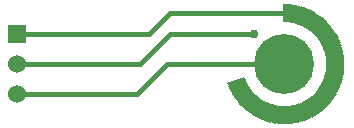
<source format=gtl>
G04 (created by PCBNEW (2013-jul-07)-stable) date Sun 25 Jun 2017 04:45:46 PM PDT*
%MOIN*%
G04 Gerber Fmt 3.4, Leading zero omitted, Abs format*
%FSLAX34Y34*%
G01*
G70*
G90*
G04 APERTURE LIST*
%ADD10C,0.00590551*%
%ADD11R,0.06X0.06*%
%ADD12C,0.06*%
%ADD13C,0.03*%
%ADD14C,0.2*%
%ADD15R,0.0111417X0.06*%
%ADD16C,0.015*%
G04 APERTURE END LIST*
G54D10*
G54D11*
X21000Y-22000D03*
G54D12*
X21000Y-23000D03*
X21000Y-24000D03*
G54D13*
X28900Y-22000D03*
G54D14*
X29900Y-23000D03*
G54D10*
G36*
X28565Y-23426D02*
X28603Y-23531D01*
X28039Y-23736D01*
X28001Y-23631D01*
X28565Y-23426D01*
X28565Y-23426D01*
G37*
G36*
X28585Y-23484D02*
X28628Y-23587D01*
X28074Y-23817D01*
X28031Y-23715D01*
X28585Y-23484D01*
X28585Y-23484D01*
G37*
G36*
X28607Y-23542D02*
X28655Y-23642D01*
X28111Y-23897D01*
X28064Y-23796D01*
X28607Y-23542D01*
X28607Y-23542D01*
G37*
G36*
X28633Y-23598D02*
X28684Y-23697D01*
X28153Y-23975D01*
X28101Y-23876D01*
X28633Y-23598D01*
X28633Y-23598D01*
G37*
G36*
X28660Y-23653D02*
X28716Y-23749D01*
X28197Y-24051D01*
X28141Y-23955D01*
X28660Y-23653D01*
X28660Y-23653D01*
G37*
G36*
X28690Y-23707D02*
X28750Y-23801D01*
X28245Y-24125D01*
X28185Y-24031D01*
X28690Y-23707D01*
X28690Y-23707D01*
G37*
G36*
X28723Y-23760D02*
X28787Y-23851D01*
X28297Y-24197D01*
X28232Y-24106D01*
X28723Y-23760D01*
X28723Y-23760D01*
G37*
G36*
X28757Y-23811D02*
X28825Y-23899D01*
X28351Y-24266D01*
X28283Y-24178D01*
X28757Y-23811D01*
X28757Y-23811D01*
G37*
G36*
X28794Y-23860D02*
X28866Y-23945D01*
X28408Y-24333D01*
X28336Y-24248D01*
X28794Y-23860D01*
X28794Y-23860D01*
G37*
G36*
X28833Y-23908D02*
X28909Y-23990D01*
X28468Y-24398D01*
X28393Y-24316D01*
X28833Y-23908D01*
X28833Y-23908D01*
G37*
G36*
X28874Y-23954D02*
X28953Y-24033D01*
X28531Y-24459D01*
X28452Y-24381D01*
X28874Y-23954D01*
X28874Y-23954D01*
G37*
G36*
X28917Y-23999D02*
X29000Y-24074D01*
X28597Y-24518D01*
X28514Y-24443D01*
X28917Y-23999D01*
X28917Y-23999D01*
G37*
G36*
X28962Y-24041D02*
X29048Y-24112D01*
X28665Y-24574D01*
X28580Y-24503D01*
X28962Y-24041D01*
X28962Y-24041D01*
G37*
G36*
X29009Y-24081D02*
X29098Y-24148D01*
X28736Y-24627D01*
X28647Y-24560D01*
X29009Y-24081D01*
X29009Y-24081D01*
G37*
G36*
X29058Y-24119D02*
X29149Y-24183D01*
X28809Y-24677D01*
X28717Y-24613D01*
X29058Y-24119D01*
X29058Y-24119D01*
G37*
G36*
X29108Y-24156D02*
X29202Y-24215D01*
X28883Y-24723D01*
X28789Y-24664D01*
X29108Y-24156D01*
X29108Y-24156D01*
G37*
G36*
X29159Y-24189D02*
X29256Y-24244D01*
X28961Y-24766D01*
X28864Y-24711D01*
X29159Y-24189D01*
X29159Y-24189D01*
G37*
G36*
X29212Y-24221D02*
X29312Y-24271D01*
X29039Y-24806D01*
X28940Y-24755D01*
X29212Y-24221D01*
X29212Y-24221D01*
G37*
G36*
X29267Y-24250D02*
X29368Y-24296D01*
X29120Y-24842D01*
X29018Y-24796D01*
X29267Y-24250D01*
X29267Y-24250D01*
G37*
G36*
X29323Y-24276D02*
X29426Y-24318D01*
X29201Y-24875D01*
X29098Y-24833D01*
X29323Y-24276D01*
X29323Y-24276D01*
G37*
G36*
X29379Y-24301D02*
X29484Y-24338D01*
X29285Y-24904D01*
X29180Y-24867D01*
X29379Y-24301D01*
X29379Y-24301D01*
G37*
G36*
X29437Y-24322D02*
X29544Y-24355D01*
X29369Y-24929D01*
X29263Y-24896D01*
X29437Y-24322D01*
X29437Y-24322D01*
G37*
G36*
X29496Y-24341D02*
X29604Y-24369D01*
X29455Y-24950D01*
X29347Y-24922D01*
X29496Y-24341D01*
X29496Y-24341D01*
G37*
G36*
X29556Y-24358D02*
X29665Y-24381D01*
X29541Y-24968D01*
X29432Y-24945D01*
X29556Y-24358D01*
X29556Y-24358D01*
G37*
G36*
X29616Y-24372D02*
X29725Y-24390D01*
X29629Y-24982D01*
X29519Y-24964D01*
X29616Y-24372D01*
X29616Y-24372D01*
G37*
G36*
X29676Y-24383D02*
X29787Y-24396D01*
X29716Y-24992D01*
X29605Y-24979D01*
X29676Y-24383D01*
X29676Y-24383D01*
G37*
G36*
X29738Y-24391D02*
X29849Y-24400D01*
X29804Y-24998D01*
X29693Y-24990D01*
X29738Y-24391D01*
X29738Y-24391D01*
G37*
G36*
X29799Y-24397D02*
X29911Y-24401D01*
X29892Y-25000D01*
X29780Y-24997D01*
X29799Y-24397D01*
X29799Y-24397D01*
G37*
G36*
X29861Y-24400D02*
X29972Y-24399D01*
X29980Y-24999D01*
X29869Y-25000D01*
X29861Y-24400D01*
X29861Y-24400D01*
G37*
G36*
X29922Y-24400D02*
X30034Y-24394D01*
X30068Y-24993D01*
X29957Y-24999D01*
X29922Y-24400D01*
X29922Y-24400D01*
G37*
G36*
X29984Y-24398D02*
X30095Y-24387D01*
X30156Y-24984D01*
X30045Y-24995D01*
X29984Y-24398D01*
X29984Y-24398D01*
G37*
G36*
X30046Y-24393D02*
X30156Y-24377D01*
X30243Y-24971D01*
X30133Y-24987D01*
X30046Y-24393D01*
X30046Y-24393D01*
G37*
G36*
X30107Y-24385D02*
X30216Y-24364D01*
X30330Y-24953D01*
X30220Y-24974D01*
X30107Y-24385D01*
X30107Y-24385D01*
G37*
G36*
X30168Y-24375D02*
X30276Y-24349D01*
X30415Y-24933D01*
X30307Y-24958D01*
X30168Y-24375D01*
X30168Y-24375D01*
G37*
G36*
X30228Y-24362D02*
X30335Y-24331D01*
X30500Y-24908D01*
X30393Y-24939D01*
X30228Y-24362D01*
X30228Y-24362D01*
G37*
G36*
X30288Y-24346D02*
X30394Y-24310D01*
X30583Y-24880D01*
X30477Y-24915D01*
X30288Y-24346D01*
X30288Y-24346D01*
G37*
G36*
X30347Y-24327D02*
X30451Y-24288D01*
X30666Y-24848D01*
X30562Y-24888D01*
X30347Y-24327D01*
X30347Y-24327D01*
G37*
G36*
X30405Y-24306D02*
X30507Y-24262D01*
X30746Y-24812D01*
X30644Y-24857D01*
X30405Y-24306D01*
X30405Y-24306D01*
G37*
G36*
X30462Y-24283D02*
X30562Y-24234D01*
X30825Y-24773D01*
X30725Y-24822D01*
X30462Y-24283D01*
X30462Y-24283D01*
G37*
G36*
X30518Y-24257D02*
X30616Y-24203D01*
X30902Y-24731D01*
X30804Y-24784D01*
X30518Y-24257D01*
X30518Y-24257D01*
G37*
G36*
X30573Y-24228D02*
X30668Y-24171D01*
X30978Y-24685D01*
X30883Y-24742D01*
X30573Y-24228D01*
X30573Y-24228D01*
G37*
G36*
X30626Y-24197D02*
X30719Y-24136D01*
X31051Y-24636D01*
X30958Y-24697D01*
X30626Y-24197D01*
X30626Y-24197D01*
G37*
G36*
X30678Y-24164D02*
X30768Y-24099D01*
X31122Y-24583D01*
X31032Y-24649D01*
X30678Y-24164D01*
X30678Y-24164D01*
G37*
G36*
X30729Y-24129D02*
X30816Y-24059D01*
X31190Y-24528D01*
X31103Y-24598D01*
X30729Y-24129D01*
X30729Y-24129D01*
G37*
G36*
X30778Y-24091D02*
X30862Y-24018D01*
X31257Y-24469D01*
X31173Y-24543D01*
X30778Y-24091D01*
X30778Y-24091D01*
G37*
G36*
X30825Y-24051D02*
X30906Y-23974D01*
X31320Y-24408D01*
X31240Y-24485D01*
X30825Y-24051D01*
X30825Y-24051D01*
G37*
G36*
X30871Y-24010D02*
X30948Y-23929D01*
X31381Y-24344D01*
X31304Y-24425D01*
X30871Y-24010D01*
X30871Y-24010D01*
G37*
G36*
X30914Y-23966D02*
X30988Y-23882D01*
X31439Y-24278D01*
X31365Y-24362D01*
X30914Y-23966D01*
X30914Y-23966D01*
G37*
G36*
X30956Y-23920D02*
X31025Y-23833D01*
X31494Y-24209D01*
X31424Y-24296D01*
X30956Y-23920D01*
X30956Y-23920D01*
G37*
G36*
X30995Y-23873D02*
X31061Y-23783D01*
X31545Y-24137D01*
X31479Y-24227D01*
X30995Y-23873D01*
X30995Y-23873D01*
G37*
G36*
X31033Y-23824D02*
X31095Y-23731D01*
X31594Y-24064D01*
X31532Y-24156D01*
X31033Y-23824D01*
X31033Y-23824D01*
G37*
G36*
X31068Y-23773D02*
X31126Y-23677D01*
X31639Y-23988D01*
X31581Y-24084D01*
X31068Y-23773D01*
X31068Y-23773D01*
G37*
G36*
X31101Y-23721D02*
X31154Y-23623D01*
X31681Y-23910D01*
X31628Y-24008D01*
X31101Y-23721D01*
X31101Y-23721D01*
G37*
G36*
X31131Y-23667D02*
X31180Y-23567D01*
X31719Y-23831D01*
X31670Y-23931D01*
X31131Y-23667D01*
X31131Y-23667D01*
G37*
G36*
X31160Y-23612D02*
X31204Y-23510D01*
X31754Y-23750D01*
X31710Y-23852D01*
X31160Y-23612D01*
X31160Y-23612D01*
G37*
G36*
X31185Y-23556D02*
X31226Y-23452D01*
X31785Y-23668D01*
X31745Y-23772D01*
X31185Y-23556D01*
X31185Y-23556D01*
G37*
G36*
X31209Y-23499D02*
X31244Y-23393D01*
X31813Y-23584D01*
X31778Y-23689D01*
X31209Y-23499D01*
X31209Y-23499D01*
G37*
G36*
X31229Y-23441D02*
X31260Y-23334D01*
X31837Y-23499D01*
X31806Y-23606D01*
X31229Y-23441D01*
X31229Y-23441D01*
G37*
G36*
X31248Y-23382D02*
X31274Y-23273D01*
X31857Y-23413D01*
X31831Y-23522D01*
X31248Y-23382D01*
X31248Y-23382D01*
G37*
G36*
X31263Y-23322D02*
X31284Y-23212D01*
X31873Y-23327D01*
X31852Y-23436D01*
X31263Y-23322D01*
X31263Y-23322D01*
G37*
G36*
X31276Y-23262D02*
X31292Y-23151D01*
X31886Y-23239D01*
X31870Y-23349D01*
X31276Y-23262D01*
X31276Y-23262D01*
G37*
G36*
X31286Y-23201D02*
X31298Y-23090D01*
X31894Y-23151D01*
X31883Y-23262D01*
X31286Y-23201D01*
X31286Y-23201D01*
G37*
G36*
X31294Y-23139D02*
X31300Y-23028D01*
X31899Y-23064D01*
X31893Y-23175D01*
X31294Y-23139D01*
X31294Y-23139D01*
G37*
G36*
X31298Y-23077D02*
X31300Y-22966D01*
X31900Y-22975D01*
X31898Y-23087D01*
X31298Y-23077D01*
X31298Y-23077D01*
G37*
G36*
X31301Y-23016D02*
X31297Y-22904D01*
X31897Y-22887D01*
X31900Y-22999D01*
X31301Y-23016D01*
X31301Y-23016D01*
G37*
G36*
X31300Y-22954D02*
X31292Y-22843D01*
X31890Y-22800D01*
X31898Y-22911D01*
X31300Y-22954D01*
X31300Y-22954D01*
G37*
G36*
X31296Y-22892D02*
X31284Y-22781D01*
X31880Y-22712D01*
X31892Y-22823D01*
X31296Y-22892D01*
X31296Y-22892D01*
G37*
G36*
X31290Y-22830D02*
X31273Y-22720D01*
X31865Y-22625D01*
X31883Y-22735D01*
X31290Y-22830D01*
X31290Y-22830D01*
G37*
G36*
X31282Y-22770D02*
X31259Y-22661D01*
X31847Y-22539D01*
X31869Y-22648D01*
X31282Y-22770D01*
X31282Y-22770D01*
G37*
G36*
X31270Y-22709D02*
X31243Y-22601D01*
X31824Y-22454D01*
X31852Y-22562D01*
X31270Y-22709D01*
X31270Y-22709D01*
G37*
G36*
X31256Y-22649D02*
X31224Y-22542D01*
X31799Y-22369D01*
X31831Y-22476D01*
X31256Y-22649D01*
X31256Y-22649D01*
G37*
G36*
X31239Y-22589D02*
X31202Y-22484D01*
X31769Y-22287D01*
X31806Y-22392D01*
X31239Y-22589D01*
X31239Y-22589D01*
G37*
G36*
X31220Y-22531D02*
X31178Y-22427D01*
X31736Y-22205D01*
X31777Y-22308D01*
X31220Y-22531D01*
X31220Y-22531D01*
G37*
G36*
X31198Y-22473D02*
X31152Y-22371D01*
X31699Y-22125D01*
X31745Y-22226D01*
X31198Y-22473D01*
X31198Y-22473D01*
G37*
G36*
X31173Y-22416D02*
X31123Y-22317D01*
X31659Y-22046D01*
X31709Y-22146D01*
X31173Y-22416D01*
X31173Y-22416D01*
G37*
G36*
X31146Y-22361D02*
X31092Y-22263D01*
X31615Y-21970D01*
X31670Y-22067D01*
X31146Y-22361D01*
X31146Y-22361D01*
G37*
G36*
X31117Y-22307D02*
X31058Y-22212D01*
X31568Y-21895D01*
X31627Y-21989D01*
X31117Y-22307D01*
X31117Y-22307D01*
G37*
G36*
X31085Y-22253D02*
X31022Y-22161D01*
X31517Y-21823D01*
X31580Y-21914D01*
X31085Y-22253D01*
X31085Y-22253D01*
G37*
G36*
X31051Y-22202D02*
X30984Y-22113D01*
X31464Y-21752D01*
X31531Y-21842D01*
X31051Y-22202D01*
X31051Y-22202D01*
G37*
G36*
X31015Y-22152D02*
X30944Y-22066D01*
X31408Y-21685D01*
X31479Y-21771D01*
X31015Y-22152D01*
X31015Y-22152D01*
G37*
G36*
X30977Y-22104D02*
X30902Y-22021D01*
X31348Y-21619D01*
X31423Y-21702D01*
X30977Y-22104D01*
X30977Y-22104D01*
G37*
G36*
X30936Y-22057D02*
X30858Y-21978D01*
X31286Y-21557D01*
X31364Y-21636D01*
X30936Y-22057D01*
X30936Y-22057D01*
G37*
G36*
X30894Y-22012D02*
X30812Y-21936D01*
X31221Y-21497D01*
X31303Y-21573D01*
X30894Y-22012D01*
X30894Y-22012D01*
G37*
G36*
X30849Y-21969D02*
X30764Y-21897D01*
X31154Y-21441D01*
X31239Y-21513D01*
X30849Y-21969D01*
X30849Y-21969D01*
G37*
G36*
X30803Y-21929D02*
X30715Y-21860D01*
X31084Y-21387D01*
X31172Y-21455D01*
X30803Y-21929D01*
X30803Y-21929D01*
G37*
G36*
X30755Y-21890D02*
X30664Y-21825D01*
X31012Y-21336D01*
X31102Y-21401D01*
X30755Y-21890D01*
X30755Y-21890D01*
G37*
G36*
X30705Y-21853D02*
X30611Y-21793D01*
X30937Y-21289D01*
X31031Y-21349D01*
X30705Y-21853D01*
X30705Y-21853D01*
G37*
G36*
X30653Y-21819D02*
X30557Y-21762D01*
X30861Y-21245D01*
X30957Y-21301D01*
X30653Y-21819D01*
X30653Y-21819D01*
G37*
G36*
X30601Y-21787D02*
X30503Y-21735D01*
X30782Y-21204D01*
X30881Y-21256D01*
X30601Y-21787D01*
X30601Y-21787D01*
G37*
G36*
X30547Y-21757D02*
X30446Y-21709D01*
X30703Y-21167D01*
X30803Y-21215D01*
X30547Y-21757D01*
X30547Y-21757D01*
G37*
G36*
X30491Y-21730D02*
X30389Y-21686D01*
X30621Y-21133D01*
X30724Y-21177D01*
X30491Y-21730D01*
X30491Y-21730D01*
G37*
G36*
X30435Y-21705D02*
X30330Y-21666D01*
X30538Y-21103D01*
X30643Y-21142D01*
X30435Y-21705D01*
X30435Y-21705D01*
G37*
G36*
X30378Y-21683D02*
X30271Y-21649D01*
X30454Y-21077D01*
X30560Y-21111D01*
X30378Y-21683D01*
X30378Y-21683D01*
G37*
G36*
X30319Y-21663D02*
X30211Y-21633D01*
X30369Y-21054D01*
X30476Y-21084D01*
X30319Y-21663D01*
X30319Y-21663D01*
G37*
G36*
X30260Y-21646D02*
X30151Y-21621D01*
X30283Y-21036D01*
X30391Y-21060D01*
X30260Y-21646D01*
X30260Y-21646D01*
G37*
G36*
X30199Y-21631D02*
X30090Y-21611D01*
X30196Y-21021D01*
X30306Y-21040D01*
X30199Y-21631D01*
X30199Y-21631D01*
G37*
G36*
X30139Y-21619D02*
X30029Y-21604D01*
X30108Y-21010D01*
X30219Y-21024D01*
X30139Y-21619D01*
X30139Y-21619D01*
G37*
G36*
X30078Y-21610D02*
X29967Y-21600D01*
X30020Y-21002D01*
X30131Y-21012D01*
X30078Y-21610D01*
X30078Y-21610D01*
G37*
G36*
X30016Y-21603D02*
X29905Y-21598D01*
X29932Y-20999D01*
X30044Y-21004D01*
X30016Y-21603D01*
X30016Y-21603D01*
G37*
G54D15*
X29900Y-21300D03*
G54D16*
X21000Y-22000D02*
X25400Y-22000D01*
X26098Y-21301D02*
X29974Y-21301D01*
X25400Y-22000D02*
X26098Y-21301D01*
X21000Y-23000D02*
X25100Y-23000D01*
X26100Y-22000D02*
X28900Y-22000D01*
X25100Y-23000D02*
X26100Y-22000D01*
X21000Y-24000D02*
X25000Y-24000D01*
X26000Y-23000D02*
X29900Y-23000D01*
X25000Y-24000D02*
X26000Y-23000D01*
M02*

</source>
